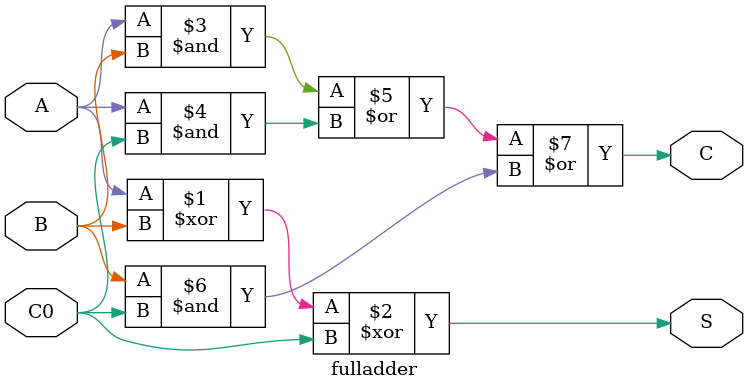
<source format=v>
module ques4(S, C, A, B, C0);
input [3:0] A, B;
input C0;
output [3:0] S;
output C;
wire C1, C2, C3, C4, C5;
wire [3:0]X, Z;
and (C1, Z[3], Z[2]);
and (C2, Z[3], Z[1]);
or (C, C3, C1,C2);
xor (C5, C, C);
assign X[2] = C;
assign X[1] = C;
assign X[3] = C5;
assign X[0] = C5;
adder4 stage0(Z,C3,A,B,C0);
adder4 stage1(S,C4,X,Z,C0);
endmodule

module adder4(S, C, A, B, C0);
input C0;
input [3:0] A, B;
output [3:0] S;
output C;
wire [3:1] c1;
wire [3:0] c2;
assign c2[0]=B[0]^C;
assign c2[1]=B[1]^C;
assign c2[2]=B[2]^C;
assign c2[3]=B[3]^C;
fulladd stage0(C[0], c1[0], A[0], S[0], c1[1]);
fulladd stage1(c2[1],c1[1],A[1],S[1],c1[2]);
fulladd stage2(c2[2],c1[2],A[2],S[2],c1[3]);
fulladd stage3(c2[3],c1[3],A[3],S[3],cout);
endmodule

module fulladder(S, C, A, B, C0);
input A, B, C0;
output S, C;
assign S = A ^ B ^ C0;
assign C = (A & B) | (A & C0) | (B & C0);
endmodule

</source>
